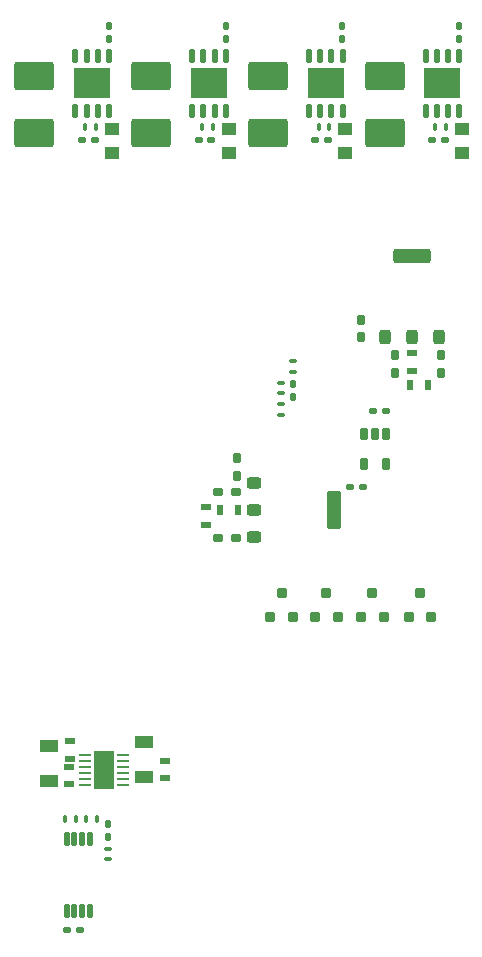
<source format=gbp>
%FSLAX46Y46*%
%MOMM*%
%AMPS34*
1,1,0.240000,0.180000,-0.430000*
1,1,0.240000,0.180000,0.430000*
21,1,0.600000,0.860000,0.000000,0.000000,360.000000*
21,1,0.360000,1.100000,0.000000,0.000000,360.000000*
1,1,0.240000,-0.180000,-0.430000*
1,1,0.240000,-0.180000,0.430000*
%
%ADD34PS34*%
%AMPS33*
1,1,0.240000,-0.180000,0.430000*
1,1,0.240000,-0.180000,-0.430000*
21,1,0.600000,0.860000,0.000000,0.000000,180.000000*
21,1,0.360000,1.100000,0.000000,0.000000,180.000000*
1,1,0.240000,0.180000,0.430000*
1,1,0.240000,0.180000,-0.430000*
%
%ADD33PS33*%
%AMPS17*
1,1,0.160000,0.145000,-0.520000*
1,1,0.160000,0.145000,0.520000*
21,1,0.450000,1.040000,0.000000,0.000000,360.000000*
21,1,0.290000,1.200000,0.000000,0.000000,360.000000*
1,1,0.160000,-0.145000,-0.520000*
1,1,0.160000,-0.145000,0.520000*
%
%ADD17PS17*%
%AMPS16*
1,1,0.160000,-0.145000,0.520000*
1,1,0.160000,-0.145000,-0.520000*
21,1,0.450000,1.040000,0.000000,0.000000,180.000000*
21,1,0.290000,1.200000,0.000000,0.000000,180.000000*
1,1,0.160000,0.145000,0.520000*
1,1,0.160000,0.145000,-0.520000*
%
%ADD16PS16*%
%AMPS39*
1,1,0.200000,0.300000,-0.275000*
1,1,0.200000,0.300000,0.275000*
21,1,0.800000,0.550000,0.000000,0.000000,360.000000*
21,1,0.600000,0.750000,0.000000,0.000000,360.000000*
1,1,0.200000,-0.300000,-0.275000*
1,1,0.200000,-0.300000,0.275000*
%
%ADD39PS39*%
%AMPS26*
1,1,0.200000,-0.275000,-0.300000*
1,1,0.200000,0.275000,-0.300000*
21,1,0.800000,0.550000,0.000000,0.000000,270.000000*
21,1,0.600000,0.750000,0.000000,0.000000,270.000000*
1,1,0.200000,-0.275000,0.300000*
1,1,0.200000,0.275000,0.300000*
%
%ADD26PS26*%
%AMPS28*
1,1,0.200000,0.275000,0.300000*
1,1,0.200000,-0.275000,0.300000*
21,1,0.800000,0.550000,0.000000,0.000000,90.000000*
21,1,0.600000,0.750000,0.000000,0.000000,90.000000*
1,1,0.200000,0.275000,-0.300000*
1,1,0.200000,-0.275000,-0.300000*
%
%ADD28PS28*%
%AMPS37*
1,1,0.400000,0.275000,-0.425000*
1,1,0.400000,0.275000,0.425000*
21,1,0.950000,0.850000,0.000000,0.000000,360.000000*
21,1,0.550000,1.250000,0.000000,0.000000,360.000000*
1,1,0.400000,-0.275000,-0.425000*
1,1,0.400000,-0.275000,0.425000*
%
%ADD37PS37*%
%AMPS20*
1,1,0.400000,-0.425000,-0.275000*
1,1,0.400000,0.425000,-0.275000*
21,1,0.950000,0.850000,0.000000,0.000000,270.000000*
21,1,0.550000,1.250000,0.000000,0.000000,270.000000*
1,1,0.400000,-0.425000,0.275000*
1,1,0.400000,0.425000,0.275000*
%
%ADD20PS20*%
%AMPS32*
1,1,0.200000,-0.750000,1.550000*
1,1,0.200000,-0.750000,-1.550000*
21,1,1.700000,3.100000,0.000000,0.000000,180.000000*
21,1,1.500000,3.300000,0.000000,0.000000,180.000000*
1,1,0.200000,0.750000,1.550000*
1,1,0.200000,0.750000,-1.550000*
%
%ADD32PS32*%
%AMPS18*
1,1,0.200000,0.525000,0.400000*
1,1,0.200000,-0.525000,0.400000*
21,1,1.000000,1.050000,0.000000,0.000000,90.000000*
21,1,0.800000,1.250000,0.000000,0.000000,90.000000*
1,1,0.200000,0.525000,-0.400000*
1,1,0.200000,-0.525000,-0.400000*
%
%ADD18PS18*%
%AMPS14*
1,1,0.200000,-0.325000,0.325000*
1,1,0.200000,-0.325000,-0.325000*
21,1,0.850000,0.650000,0.000000,0.000000,180.000000*
21,1,0.650000,0.850000,0.000000,0.000000,180.000000*
1,1,0.200000,0.325000,0.325000*
1,1,0.200000,0.325000,-0.325000*
%
%ADD14PS14*%
%AMPS24*
1,1,0.200000,-0.700000,-0.400000*
1,1,0.200000,0.700000,-0.400000*
21,1,1.000000,1.400000,0.000000,0.000000,270.000000*
21,1,0.800000,1.600000,0.000000,0.000000,270.000000*
1,1,0.200000,-0.700000,0.400000*
1,1,0.200000,0.700000,0.400000*
%
%ADD24PS24*%
%AMPS43*
1,1,0.200000,0.700000,0.400000*
1,1,0.200000,-0.700000,0.400000*
21,1,1.000000,1.400000,0.000000,0.000000,90.000000*
21,1,0.800000,1.600000,0.000000,0.000000,90.000000*
1,1,0.200000,0.700000,-0.400000*
1,1,0.200000,-0.700000,-0.400000*
%
%ADD43PS43*%
%AMPS15*
1,1,0.200000,-1.450000,-1.200000*
1,1,0.200000,1.450000,-1.200000*
21,1,2.600000,2.900000,0.000000,0.000000,270.000000*
21,1,2.400000,3.100000,0.000000,0.000000,270.000000*
1,1,0.200000,-1.450000,1.200000*
1,1,0.200000,1.450000,1.200000*
%
%ADD15PS15*%
%AMPS23*
1,1,0.200000,0.200000,-0.150000*
1,1,0.200000,0.200000,0.150000*
21,1,0.600000,0.300000,0.000000,0.000000,360.000000*
21,1,0.400000,0.500000,0.000000,0.000000,360.000000*
1,1,0.200000,-0.200000,-0.150000*
1,1,0.200000,-0.200000,0.150000*
%
%ADD23PS23*%
%AMPS11*
1,1,0.200000,-0.150000,-0.200000*
1,1,0.200000,0.150000,-0.200000*
21,1,0.600000,0.300000,0.000000,0.000000,270.000000*
21,1,0.400000,0.500000,0.000000,0.000000,270.000000*
1,1,0.200000,-0.150000,0.200000*
1,1,0.200000,0.150000,0.200000*
%
%ADD11PS11*%
%AMPS29*
1,1,0.200000,-0.200000,0.150000*
1,1,0.200000,-0.200000,-0.150000*
21,1,0.600000,0.300000,0.000000,0.000000,180.000000*
21,1,0.400000,0.500000,0.000000,0.000000,180.000000*
1,1,0.200000,0.200000,0.150000*
1,1,0.200000,0.200000,-0.150000*
%
%ADD29PS29*%
%AMPS13*
1,1,0.200000,0.150000,0.200000*
1,1,0.200000,-0.150000,0.200000*
21,1,0.600000,0.300000,0.000000,0.000000,90.000000*
21,1,0.400000,0.500000,0.000000,0.000000,90.000000*
1,1,0.200000,0.150000,-0.200000*
1,1,0.200000,-0.150000,-0.200000*
%
%ADD13PS13*%
%AMPS36*
1,1,0.500000,-1.350000,0.375000*
1,1,0.500000,-1.350000,-0.375000*
21,1,3.200000,0.750000,0.000000,0.000000,180.000000*
21,1,2.700000,1.250000,0.000000,0.000000,180.000000*
1,1,0.500000,1.350000,0.375000*
1,1,0.500000,1.350000,-0.375000*
%
%ADD36PS36*%
%AMPS19*
1,1,0.500000,0.375000,1.350000*
1,1,0.500000,-0.375000,1.350000*
21,1,3.200000,0.750000,0.000000,0.000000,90.000000*
21,1,2.700000,1.250000,0.000000,0.000000,90.000000*
1,1,0.500000,0.375000,-1.350000*
1,1,0.500000,-0.375000,-1.350000*
%
%ADD19PS19*%
%AMPS31*
1,1,0.100000,-0.500000,-0.075000*
1,1,0.100000,0.500000,-0.075000*
21,1,0.250000,1.000000,0.000000,0.000000,270.000000*
21,1,0.150000,1.100000,0.000000,0.000000,270.000000*
1,1,0.100000,-0.500000,0.075000*
1,1,0.100000,0.500000,0.075000*
%
%ADD31PS31*%
%AMPS30*
1,1,0.100000,0.500000,0.075000*
1,1,0.100000,-0.500000,0.075000*
21,1,0.250000,1.000000,0.000000,0.000000,90.000000*
21,1,0.150000,1.100000,0.000000,0.000000,90.000000*
1,1,0.100000,0.500000,-0.075000*
1,1,0.100000,-0.500000,-0.075000*
%
%ADD30PS30*%
%AMPS25*
1,1,0.200000,0.150000,-0.350000*
1,1,0.200000,0.150000,0.350000*
21,1,0.500000,0.700000,0.000000,0.000000,360.000000*
21,1,0.300000,0.900000,0.000000,0.000000,360.000000*
1,1,0.200000,-0.150000,-0.350000*
1,1,0.200000,-0.150000,0.350000*
%
%ADD25PS25*%
%AMPS12*
1,1,0.200000,-0.350000,-0.150000*
1,1,0.200000,0.350000,-0.150000*
21,1,0.500000,0.700000,0.000000,0.000000,270.000000*
21,1,0.300000,0.900000,0.000000,0.000000,270.000000*
1,1,0.200000,-0.350000,0.150000*
1,1,0.200000,0.350000,0.150000*
%
%ADD12PS12*%
%AMPS40*
1,1,0.200000,-0.150000,0.350000*
1,1,0.200000,-0.150000,-0.350000*
21,1,0.500000,0.700000,0.000000,0.000000,180.000000*
21,1,0.300000,0.900000,0.000000,0.000000,180.000000*
1,1,0.200000,0.150000,0.350000*
1,1,0.200000,0.150000,-0.350000*
%
%ADD40PS40*%
%AMPS38*
1,1,0.200000,0.350000,0.150000*
1,1,0.200000,-0.350000,0.150000*
21,1,0.500000,0.700000,0.000000,0.000000,90.000000*
21,1,0.300000,0.900000,0.000000,0.000000,90.000000*
1,1,0.200000,0.350000,-0.150000*
1,1,0.200000,-0.350000,-0.150000*
%
%ADD38PS38*%
%AMPS41*
1,1,0.180000,0.125000,-0.525000*
1,1,0.180000,0.125000,0.525000*
21,1,0.430000,1.050000,0.000000,0.000000,360.000000*
21,1,0.250000,1.230000,0.000000,0.000000,360.000000*
1,1,0.180000,-0.125000,-0.525000*
1,1,0.180000,-0.125000,0.525000*
%
%ADD41PS41*%
%AMPS42*
1,1,0.180000,-0.125000,0.525000*
1,1,0.180000,-0.125000,-0.525000*
21,1,0.430000,1.050000,0.000000,0.000000,180.000000*
21,1,0.250000,1.230000,0.000000,0.000000,180.000000*
1,1,0.180000,0.125000,0.525000*
1,1,0.180000,0.125000,-0.525000*
%
%ADD42PS42*%
%AMPS22*
1,1,0.500000,1.440000,-0.940000*
1,1,0.500000,1.440000,0.940000*
21,1,3.380000,1.880000,0.000000,0.000000,360.000000*
21,1,2.880000,2.380000,0.000000,0.000000,360.000000*
1,1,0.500000,-1.440000,-0.940000*
1,1,0.500000,-1.440000,0.940000*
%
%ADD22PS22*%
%AMPS21*
1,1,0.500000,-1.440000,0.940000*
1,1,0.500000,-1.440000,-0.940000*
21,1,3.380000,1.880000,0.000000,0.000000,180.000000*
21,1,2.880000,2.380000,0.000000,0.000000,180.000000*
1,1,0.500000,1.440000,0.940000*
1,1,0.500000,1.440000,-0.940000*
%
%ADD21PS21*%
%AMPS35*
1,1,0.200000,-0.200000,-0.100000*
1,1,0.200000,0.200000,-0.100000*
21,1,0.400000,0.400000,0.000000,0.000000,270.000000*
21,1,0.200000,0.600000,0.000000,0.000000,270.000000*
1,1,0.200000,-0.200000,0.100000*
1,1,0.200000,0.200000,0.100000*
%
%ADD35PS35*%
%AMPS10*
1,1,0.200000,-0.100000,0.200000*
1,1,0.200000,-0.100000,-0.200000*
21,1,0.400000,0.400000,0.000000,0.000000,180.000000*
21,1,0.200000,0.600000,0.000000,0.000000,180.000000*
1,1,0.200000,0.100000,0.200000*
1,1,0.200000,0.100000,-0.200000*
%
%ADD10PS10*%
%AMPS27*
1,1,0.200000,0.200000,0.100000*
1,1,0.200000,-0.200000,0.100000*
21,1,0.400000,0.400000,0.000000,0.000000,90.000000*
21,1,0.200000,0.600000,0.000000,0.000000,90.000000*
1,1,0.200000,0.200000,-0.100000*
1,1,0.200000,-0.200000,-0.100000*
%
%ADD27PS27*%
G01*
G01*
%LPD*%
G75*
D10*
X6650000Y70550000D03*
D10*
X7550000Y70550000D03*
D10*
X4958331Y12008333D03*
D10*
X5858331Y12008333D03*
D11*
X28425000Y79100000D03*
D11*
X28425000Y78000000D03*
D12*
X13400000Y15400000D03*
D12*
X13400000Y16900000D03*
D11*
X38300000Y79100000D03*
D11*
X38300000Y78000000D03*
D13*
X8558331Y10458333D03*
D13*
X8558331Y11558333D03*
D14*
X31929998Y29100000D03*
D14*
X30979998Y31100000D03*
D14*
X30029998Y29100000D03*
D15*
X7250000Y74300000D03*
D16*
X8670000Y76550000D03*
D17*
X6770000Y71950000D03*
D17*
X5830000Y71950000D03*
D17*
X8670000Y71950000D03*
D16*
X7730000Y76550000D03*
D17*
X7730000Y71950000D03*
D16*
X5830000Y76550000D03*
D16*
X6770000Y76550000D03*
D14*
X35929998Y29100000D03*
D14*
X34979998Y31100000D03*
D14*
X34029998Y29100000D03*
D18*
X8900008Y70349944D03*
D18*
X8900008Y68349944D03*
D19*
X27754165Y38154165D03*
D20*
X20954165Y40454165D03*
D20*
X20954165Y35854165D03*
D20*
X20954165Y38154165D03*
D21*
X32000000Y74860000D03*
D22*
X32000000Y70040000D03*
D23*
X31050000Y46500000D03*
D23*
X32150000Y46500000D03*
D24*
X11650000Y15500000D03*
D24*
X11650000Y18500000D03*
D23*
X29050000Y40100000D03*
D23*
X30150000Y40100000D03*
D25*
X19554165Y38154165D03*
D25*
X18054165Y38154165D03*
D23*
X16250000Y69450000D03*
D23*
X17350000Y69450000D03*
D21*
X22125000Y74860000D03*
D22*
X22125000Y70040000D03*
D26*
X30045832Y54254162D03*
D26*
X30045832Y52754162D03*
D23*
X6350000Y69450000D03*
D23*
X7450000Y69450000D03*
D27*
X23199984Y48910000D03*
D27*
X23199984Y48010000D03*
D18*
X18800008Y70349944D03*
D18*
X18800008Y68349944D03*
D15*
X36900000Y74300000D03*
D16*
X38320000Y76550000D03*
D17*
X36420000Y71950000D03*
D17*
X35480000Y71950000D03*
D17*
X38320000Y71950000D03*
D16*
X37380000Y76550000D03*
D17*
X37380000Y71950000D03*
D16*
X35480000Y76550000D03*
D16*
X36420000Y76550000D03*
D12*
X5350000Y17050000D03*
D12*
X5350000Y18550000D03*
D13*
X24249984Y47710000D03*
D13*
X24249984Y48810000D03*
D28*
X32845832Y49754162D03*
D28*
X32845832Y51254162D03*
D29*
X6200000Y2550000D03*
D29*
X5100000Y2550000D03*
D30*
X9850000Y14850000D03*
D31*
X6650000Y15350000D03*
D30*
X9850000Y16850000D03*
D31*
X6650000Y16350000D03*
D31*
X6650000Y16850000D03*
D30*
X9850000Y16350000D03*
D32*
X8250000Y16100000D03*
D31*
X6650000Y17350000D03*
D31*
X6650000Y15850000D03*
D30*
X9850000Y17350000D03*
D30*
X9850000Y15350000D03*
D30*
X9850000Y15850000D03*
D31*
X6650000Y14850000D03*
D10*
X16550000Y70550000D03*
D10*
X17450000Y70550000D03*
D33*
X31200000Y44600000D03*
D34*
X30250000Y42000000D03*
D34*
X32150000Y42000000D03*
D33*
X30250000Y44600000D03*
D33*
X32150000Y44600000D03*
D23*
X36000000Y69450000D03*
D23*
X37100000Y69450000D03*
D11*
X8650000Y79100000D03*
D11*
X8650000Y78000000D03*
D35*
X8608331Y8558333D03*
D35*
X8608331Y9458333D03*
D10*
X36300000Y70550000D03*
D10*
X37200000Y70550000D03*
D36*
X34345832Y59604162D03*
D37*
X32045832Y52804162D03*
D37*
X36645832Y52804162D03*
D37*
X34345832Y52804162D03*
D14*
X28029998Y29100000D03*
D14*
X27079998Y31100000D03*
D14*
X26129998Y29100000D03*
D11*
X18550000Y79100000D03*
D11*
X18550000Y78000000D03*
D26*
X19504165Y42504165D03*
D26*
X19504165Y41004165D03*
D14*
X24229998Y29100000D03*
D14*
X23279998Y31100000D03*
D14*
X22329998Y29100000D03*
D38*
X34345832Y51404162D03*
D38*
X34345832Y49904162D03*
D12*
X5250000Y14900000D03*
D12*
X5250000Y16400000D03*
D27*
X24249984Y50710000D03*
D27*
X24249984Y49810000D03*
D15*
X17150000Y74300000D03*
D16*
X18570000Y76550000D03*
D17*
X16670000Y71950000D03*
D17*
X15730000Y71950000D03*
D17*
X18570000Y71950000D03*
D16*
X17630000Y76550000D03*
D17*
X17630000Y71950000D03*
D16*
X15730000Y76550000D03*
D16*
X16670000Y76550000D03*
D15*
X27025000Y74300000D03*
D16*
X28445000Y76550000D03*
D17*
X26545000Y71950000D03*
D17*
X25605000Y71950000D03*
D17*
X28445000Y71950000D03*
D16*
X27505000Y76550000D03*
D17*
X27505000Y71950000D03*
D16*
X25605000Y76550000D03*
D16*
X26545000Y76550000D03*
D39*
X17904165Y39654165D03*
D39*
X19404165Y39654165D03*
D40*
X34145832Y48704162D03*
D40*
X35645832Y48704162D03*
D10*
X26425000Y70550000D03*
D10*
X27325000Y70550000D03*
D41*
X7038331Y4208333D03*
D42*
X7038331Y10308333D03*
D41*
X6388331Y4208333D03*
D41*
X5728331Y4208333D03*
D42*
X6388331Y10308333D03*
D42*
X5728331Y10308333D03*
D42*
X5078331Y10308333D03*
D41*
X5078331Y4208333D03*
D39*
X17904165Y35729165D03*
D39*
X19404165Y35729165D03*
D21*
X12250000Y74860000D03*
D22*
X12250000Y70040000D03*
D18*
X28675008Y70349944D03*
D18*
X28675008Y68349944D03*
D21*
X2350000Y74860000D03*
D22*
X2350000Y70040000D03*
D18*
X38550008Y70349944D03*
D18*
X38550008Y68349944D03*
D27*
X23200000Y47100000D03*
D27*
X23200000Y46200000D03*
D43*
X3550000Y18150000D03*
D43*
X3550000Y15150000D03*
D10*
X6758331Y12008333D03*
D10*
X7658331Y12008333D03*
D23*
X26125000Y69450000D03*
D23*
X27225000Y69450000D03*
D28*
X36770832Y49754162D03*
D28*
X36770832Y51254162D03*
D38*
X16854165Y38354165D03*
D38*
X16854165Y36854165D03*
M02*

</source>
